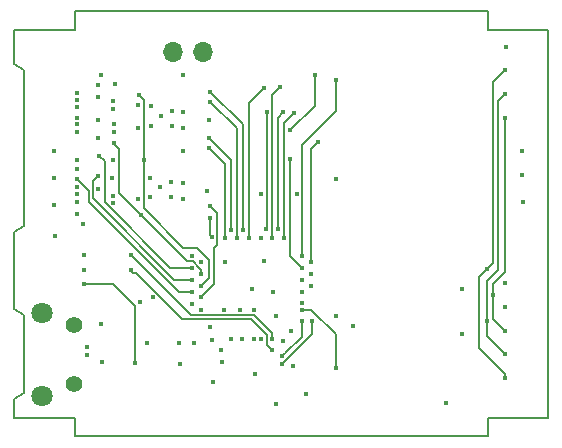
<source format=gbr>
%TF.GenerationSoftware,KiCad,Pcbnew,(5.1.4)-1*%
%TF.CreationDate,2019-10-25T20:43:54-07:00*%
%TF.ProjectId,mainboard,6d61696e-626f-4617-9264-2e6b69636164,rev?*%
%TF.SameCoordinates,Original*%
%TF.FileFunction,Copper,L3,Inr*%
%TF.FilePolarity,Positive*%
%FSLAX46Y46*%
G04 Gerber Fmt 4.6, Leading zero omitted, Abs format (unit mm)*
G04 Created by KiCad (PCBNEW (5.1.4)-1) date 2019-10-25 20:43:54*
%MOMM*%
%LPD*%
G04 APERTURE LIST*
%ADD10C,0.150000*%
%ADD11O,1.700000X1.700000*%
%ADD12C,1.408000*%
%ADD13C,1.800000*%
%ADD14C,0.450000*%
%ADD15C,0.152400*%
G04 APERTURE END LIST*
D10*
X76625100Y-98791400D02*
X76625100Y-92202000D01*
X77463300Y-78486000D02*
X76625100Y-77978000D01*
X77463300Y-91694000D02*
X76625100Y-92202000D01*
X77463300Y-78486000D02*
X77463300Y-91694000D01*
X81725100Y-75141600D02*
X81725100Y-73541600D01*
X81725100Y-107941600D02*
X81725100Y-109541600D01*
X121800300Y-107941600D02*
X116700300Y-107941600D01*
X76625100Y-75141600D02*
X81725100Y-75141600D01*
X116700300Y-107941600D02*
X116700300Y-109541600D01*
X116700300Y-73541600D02*
X116700300Y-75141600D01*
X121800300Y-75141600D02*
X116700300Y-75141600D01*
X76625100Y-107941600D02*
X76625100Y-106335200D01*
X81725100Y-107941600D02*
X76625100Y-107941600D01*
X77463300Y-99299400D02*
X76625100Y-98791400D01*
X121800300Y-107941600D02*
X121800300Y-75141600D01*
X77463300Y-105827200D02*
X76625100Y-106335200D01*
X77463300Y-99299400D02*
X77463300Y-105827200D01*
X81725100Y-109541600D02*
X116700300Y-109541600D01*
X116700300Y-73541600D02*
X81725100Y-73541600D01*
X76625100Y-75141600D02*
X76625100Y-77978000D01*
D11*
X92583000Y-76962000D03*
X90043000Y-76962000D03*
D12*
X81687300Y-100088700D03*
X81687300Y-105088700D03*
D13*
X78987300Y-99088700D03*
X78987300Y-106088700D03*
D14*
X98552000Y-97345500D03*
X98742500Y-99377500D03*
X96901000Y-98806000D03*
X95694500Y-98806000D03*
X94361000Y-98806000D03*
X89916000Y-88011000D03*
X89916000Y-89281000D03*
X88963500Y-88455500D03*
X90551000Y-101600000D03*
X91821000Y-101600000D03*
X87122000Y-89408000D03*
X88074500Y-89281000D03*
X88074500Y-87630000D03*
X89979500Y-83248500D03*
X89039700Y-82423000D03*
X88201500Y-81597500D03*
X88201500Y-83248500D03*
X89979500Y-81978500D03*
X83693000Y-79756000D03*
X93091000Y-82740500D03*
X92964000Y-88773000D03*
X87138290Y-81470500D03*
X87138290Y-83438998D03*
X83693000Y-84264500D03*
X84899500Y-87693496D03*
X83947000Y-100012500D03*
X113157000Y-106680000D03*
X82550000Y-95440500D03*
X103822500Y-87757000D03*
X100520500Y-89027000D03*
X97536000Y-89027000D03*
X97726500Y-94678500D03*
X96774000Y-97028000D03*
X94488000Y-94805500D03*
X119697500Y-89725500D03*
X114554000Y-97091500D03*
X118237000Y-76581000D03*
X88328500Y-97726500D03*
X92456010Y-98806000D03*
X82804014Y-102621513D03*
X91694000Y-98298000D03*
X82804000Y-101981000D03*
X98425000Y-101282506D03*
X86487000Y-94170500D03*
X98422460Y-102207060D03*
X86487000Y-95440500D03*
X98425000Y-92773500D03*
X118173500Y-104584500D03*
X118173500Y-78549500D03*
X116649500Y-95377000D03*
X99123500Y-79946500D03*
X98933000Y-92011500D03*
X118173500Y-100584000D03*
X118173500Y-82550000D03*
X117157500Y-97536000D03*
X99377510Y-82105500D03*
X99441000Y-92710000D03*
X118173500Y-102552500D03*
X118173500Y-80581500D03*
X116649500Y-99758500D03*
X100266492Y-82169000D03*
X96901000Y-101282500D03*
X97472500Y-92773500D03*
X100965000Y-97282000D03*
X100965219Y-98228989D03*
X101282500Y-105918000D03*
X93238320Y-100304600D03*
X97028000Y-104267000D03*
X97539590Y-101282500D03*
X93472000Y-104965488D03*
X90868500Y-89408000D03*
X90868500Y-83439000D03*
X85140456Y-79676658D03*
X82550000Y-94170500D03*
X87249000Y-98171000D03*
X105283000Y-100203000D03*
X80073500Y-92583000D03*
X80010000Y-89979500D03*
X98806000Y-106807000D03*
X100203000Y-103568500D03*
X80010006Y-87693500D03*
X80010000Y-85344000D03*
X87884000Y-101600000D03*
X95885000Y-101282500D03*
X114490500Y-100838000D03*
X99363750Y-101489357D03*
X81915000Y-81661000D03*
X83693000Y-82740500D03*
X94932500Y-101282500D03*
X103886000Y-99377496D03*
X101727008Y-96774000D03*
X118173500Y-96583500D03*
X94170500Y-103251000D03*
X86804506Y-103314500D03*
X82550000Y-96647000D03*
X94107000Y-102235000D03*
X90678000Y-103378000D03*
X83947000Y-78930506D03*
X90868500Y-88074500D03*
X90932000Y-82105500D03*
X90868506Y-78930506D03*
X90868500Y-85407500D03*
X99949000Y-83629500D03*
X102044504Y-78930500D03*
X92432267Y-94742000D03*
X81915000Y-90678000D03*
X100965000Y-99758500D03*
X99314000Y-102742990D03*
X81915000Y-86868000D03*
X91694000Y-94234000D03*
X82423000Y-91567000D03*
X101790500Y-99758500D03*
X99314000Y-103378000D03*
X81915000Y-86169500D03*
X91694000Y-96266000D03*
X83696924Y-87501373D03*
X91694000Y-97282000D03*
X81915000Y-87757000D03*
X97917000Y-92011500D03*
X97980500Y-82042000D03*
X96456500Y-92773500D03*
X97734479Y-80062489D03*
X94429956Y-92773893D03*
X93091000Y-85153500D03*
X94932500Y-92075000D03*
X93091000Y-84264500D03*
X95440500Y-92773500D03*
X93218000Y-81216500D03*
X95948500Y-92075000D03*
X93218000Y-80390996D03*
X83693000Y-88613490D03*
X93378020Y-92661740D03*
X93218000Y-91059000D03*
X92468946Y-97738216D03*
X93218000Y-90043000D03*
X118173500Y-98552000D03*
X100076000Y-100647500D03*
X100965000Y-98806000D03*
X103822500Y-103759000D03*
X100965000Y-94234000D03*
X103855520Y-79380080D03*
X101727000Y-94742000D03*
X102362000Y-84582000D03*
X100965000Y-96266000D03*
X119634000Y-87439500D03*
X101727000Y-95758000D03*
X119634000Y-85407500D03*
X100965000Y-95250000D03*
X99949000Y-86042500D03*
X91675689Y-95268311D03*
X83820000Y-85788500D03*
X92456000Y-96774000D03*
X87191216Y-80645000D03*
X87566500Y-86169500D03*
X92455988Y-95758000D03*
X87327740Y-90769440D03*
X85026504Y-84709000D03*
X93345000Y-101346010D03*
X84074000Y-103271320D03*
X81915000Y-89731013D03*
X85025447Y-81152697D03*
X81910602Y-80449005D03*
X81915000Y-81026000D03*
X85022406Y-81782581D03*
X85026500Y-83058000D03*
X81915000Y-82550000D03*
X85026500Y-83756500D03*
X81923548Y-83126949D03*
X81915000Y-88449987D03*
X84963000Y-89154000D03*
X81915000Y-89027000D03*
X84975170Y-89740335D03*
X84974655Y-86122290D03*
X83693000Y-80772000D03*
X81915000Y-83756500D03*
D15*
X91567000Y-99250500D02*
X86487000Y-94170500D01*
X96901000Y-99250500D02*
X91567000Y-99250500D01*
X98425000Y-101282506D02*
X98425000Y-100774500D01*
X98425000Y-100774500D02*
X96901000Y-99250500D01*
X86711999Y-95665499D02*
X86487000Y-95440500D01*
X97980500Y-101765100D02*
X97980500Y-100965000D01*
X98422460Y-102207060D02*
X97980500Y-101765100D01*
X96647000Y-99631500D02*
X90867238Y-99631500D01*
X90867238Y-99631500D02*
X86901237Y-95665499D01*
X97980500Y-100965000D02*
X96647000Y-99631500D01*
X86901237Y-95665499D02*
X86711999Y-95665499D01*
X118173500Y-104266302D02*
X115951000Y-102043802D01*
X118173500Y-104584500D02*
X118173500Y-104266302D01*
X115951000Y-96075500D02*
X116649500Y-95377000D01*
X115951000Y-102043802D02*
X115951000Y-96075500D01*
X116649500Y-95377000D02*
X117157500Y-94869000D01*
X117157500Y-79565500D02*
X118173500Y-78549500D01*
X117157500Y-94869000D02*
X117157500Y-79565500D01*
X98425000Y-92773500D02*
X98425000Y-80645000D01*
X98425000Y-80645000D02*
X98898501Y-80171499D01*
X98898501Y-80171499D02*
X99123500Y-79946500D01*
X117157500Y-99568000D02*
X117157500Y-97536000D01*
X118173500Y-100584000D02*
X117157500Y-99568000D01*
X118173500Y-95631000D02*
X118173500Y-82550000D01*
X117157500Y-97536000D02*
X117157500Y-96647000D01*
X117157500Y-96647000D02*
X118173500Y-95631000D01*
X98933000Y-92011500D02*
X98933000Y-82550000D01*
X98933000Y-82550000D02*
X99377500Y-82105500D01*
X99377500Y-82105500D02*
X99377510Y-82105500D01*
X116649500Y-101028500D02*
X118173500Y-102552500D01*
X116649500Y-99758500D02*
X116649500Y-101028500D01*
X117948501Y-80806499D02*
X118173500Y-80581500D01*
X117602000Y-81153000D02*
X117948501Y-80806499D01*
X117602000Y-95465177D02*
X117602000Y-81153000D01*
X116649500Y-99758500D02*
X116649500Y-96417677D01*
X116649500Y-96417677D02*
X117602000Y-95465177D01*
X99441000Y-82994492D02*
X100041493Y-82393999D01*
X100041493Y-82393999D02*
X100266492Y-82169000D01*
X99441000Y-92710000D02*
X99441000Y-82994492D01*
X84963000Y-96647000D02*
X82550000Y-96647000D01*
X86804506Y-103314500D02*
X86804506Y-98488506D01*
X86804506Y-98488506D02*
X84963000Y-96647000D01*
X102044504Y-81533996D02*
X102044504Y-78930500D01*
X99949000Y-83629500D02*
X102044504Y-81533996D01*
X100965000Y-99758500D02*
X100965000Y-101091990D01*
X100965000Y-101091990D02*
X99538999Y-102517991D01*
X99538999Y-102517991D02*
X99314000Y-102742990D01*
X101790500Y-100901500D02*
X99314000Y-103378000D01*
X101790500Y-99758500D02*
X101790500Y-100901500D01*
X83248500Y-87949797D02*
X83696924Y-87501373D01*
X83248500Y-89344500D02*
X83248500Y-87949797D01*
X91694000Y-96266000D02*
X90170000Y-96266000D01*
X90170000Y-96266000D02*
X83248500Y-89344500D01*
X82931000Y-88773000D02*
X81915000Y-87757000D01*
X82931000Y-89662000D02*
X82931000Y-88773000D01*
X91694000Y-97282000D02*
X90551000Y-97282000D01*
X90551000Y-97282000D02*
X82931000Y-89662000D01*
X97980500Y-82816700D02*
X97980500Y-82042000D01*
X97917000Y-92011500D02*
X97980500Y-91948000D01*
X97980500Y-91948000D02*
X97980500Y-82816700D01*
X96456500Y-92773500D02*
X96456500Y-81340468D01*
X96456500Y-81340468D02*
X97734479Y-80062489D01*
X94429956Y-86492456D02*
X93091000Y-85153500D01*
X94429956Y-92773893D02*
X94429956Y-86492456D01*
X94932500Y-86106000D02*
X93091000Y-84264500D01*
X94932500Y-92075000D02*
X94932500Y-86106000D01*
X95440500Y-83439000D02*
X93218000Y-81216500D01*
X95440500Y-92773500D02*
X95440500Y-83439000D01*
X95948500Y-83121496D02*
X93218000Y-80390996D01*
X95948500Y-92075000D02*
X95948500Y-83121496D01*
X93378020Y-92661740D02*
X93218000Y-92501720D01*
X93218000Y-92501720D02*
X93218000Y-91059000D01*
X93827600Y-90652600D02*
X93218000Y-90043000D01*
X93827600Y-93352620D02*
X93827600Y-90652600D01*
X93573600Y-93606620D02*
X93827600Y-93352620D01*
X92468946Y-97738216D02*
X93573600Y-96633562D01*
X93573600Y-96633562D02*
X93573600Y-93606620D01*
X103822500Y-100901500D02*
X103822500Y-103440802D01*
X101727000Y-98806000D02*
X103822500Y-100901500D01*
X103822500Y-103440802D02*
X103822500Y-103759000D01*
X100965000Y-98806000D02*
X101727000Y-98806000D01*
X103855520Y-82008980D02*
X103855520Y-79380080D01*
X100965000Y-94234000D02*
X100965000Y-84899500D01*
X100965000Y-84899500D02*
X103855520Y-82008980D01*
X101727000Y-85217000D02*
X102362000Y-84582000D01*
X101727000Y-94742000D02*
X101727000Y-85217000D01*
X99949000Y-94231460D02*
X99949000Y-86042500D01*
X100740001Y-95022461D02*
X99949000Y-94231460D01*
X100965000Y-95250000D02*
X100740001Y-95025001D01*
X100740001Y-95025001D02*
X100740001Y-95022461D01*
X84264500Y-86233000D02*
X83820000Y-85788500D01*
X84264500Y-89725500D02*
X84264500Y-86233000D01*
X91675689Y-95268311D02*
X89807311Y-95268311D01*
X89807311Y-95268311D02*
X84264500Y-89725500D01*
X93139888Y-96090112D02*
X92456000Y-96774000D01*
X93139888Y-94620708D02*
X93139888Y-96090112D01*
X92128340Y-93609160D02*
X93139888Y-94620708D01*
X87191216Y-80645000D02*
X87566500Y-81020284D01*
X87566500Y-81020284D02*
X87566500Y-84899500D01*
X87566500Y-84899500D02*
X87566506Y-84899506D01*
X87566506Y-84899506D02*
X87566506Y-90233506D01*
X87566506Y-90233506D02*
X90942160Y-93609160D01*
X90942160Y-93609160D02*
X92128340Y-93609160D01*
X92455988Y-95439802D02*
X92286506Y-95270320D01*
X91008200Y-94449900D02*
X87327740Y-90769440D01*
X92455988Y-95758000D02*
X92455988Y-95439802D01*
X92286506Y-95270320D02*
X92283280Y-95270320D01*
X92283280Y-95270320D02*
X91719400Y-94706440D01*
X91719400Y-94706440D02*
X91264740Y-94706440D01*
X91264740Y-94706440D02*
X91008200Y-94449900D01*
X85251503Y-84933999D02*
X85026504Y-84709000D01*
X87327740Y-90769440D02*
X85513609Y-88955309D01*
X85513609Y-88955309D02*
X85513609Y-85196105D01*
X85513609Y-85196105D02*
X85251503Y-84933999D01*
M02*

</source>
